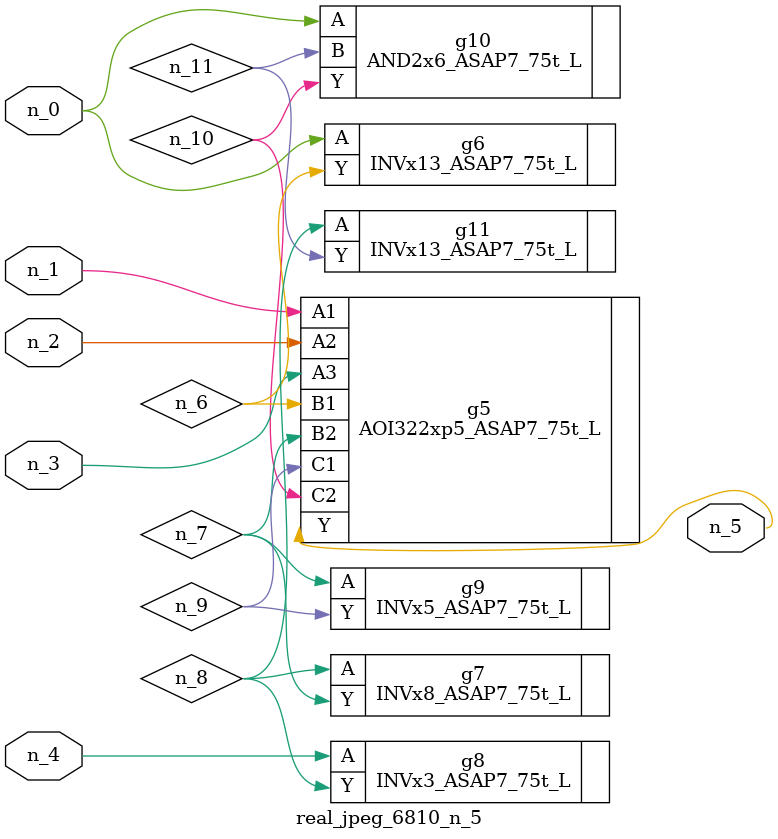
<source format=v>
module real_jpeg_6810_n_5 (n_4, n_0, n_1, n_2, n_3, n_5);

input n_4;
input n_0;
input n_1;
input n_2;
input n_3;

output n_5;

wire n_8;
wire n_11;
wire n_6;
wire n_7;
wire n_10;
wire n_9;

INVx13_ASAP7_75t_L g6 ( 
.A(n_0),
.Y(n_6)
);

AND2x6_ASAP7_75t_L g10 ( 
.A(n_0),
.B(n_11),
.Y(n_10)
);

AOI322xp5_ASAP7_75t_L g5 ( 
.A1(n_1),
.A2(n_2),
.A3(n_3),
.B1(n_6),
.B2(n_7),
.C1(n_9),
.C2(n_10),
.Y(n_5)
);

INVx3_ASAP7_75t_L g8 ( 
.A(n_4),
.Y(n_8)
);

INVx5_ASAP7_75t_L g9 ( 
.A(n_7),
.Y(n_9)
);

INVx8_ASAP7_75t_L g7 ( 
.A(n_8),
.Y(n_7)
);

INVx13_ASAP7_75t_L g11 ( 
.A(n_8),
.Y(n_11)
);


endmodule
</source>
